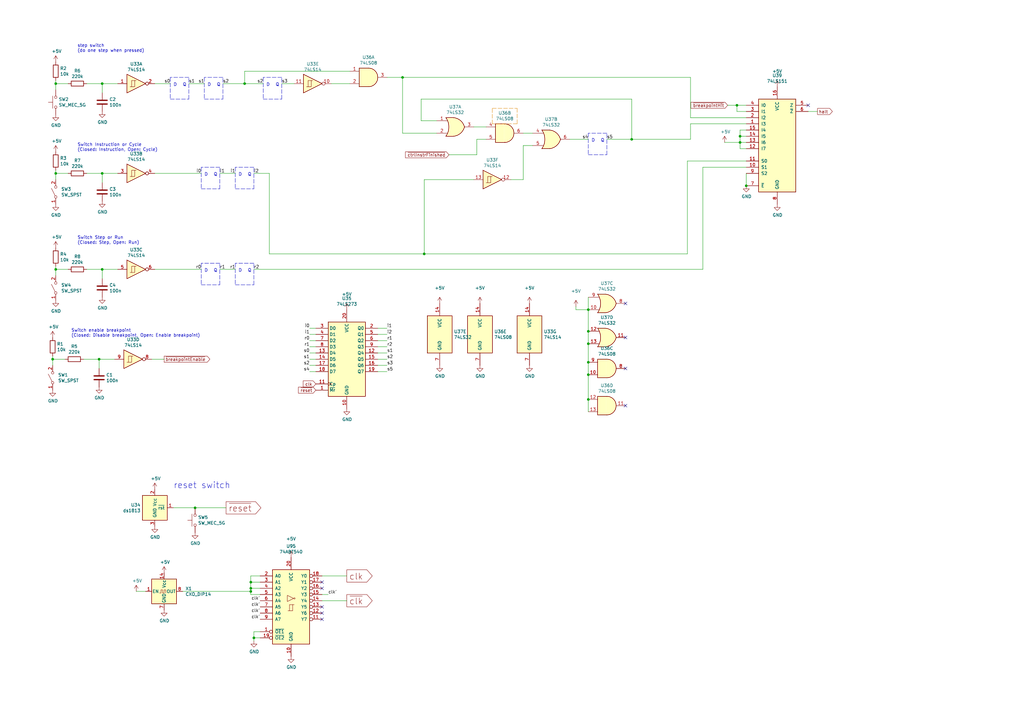
<source format=kicad_sch>
(kicad_sch (version 20211123) (generator eeschema)
  (paper "A3")
  (lib_symbols
    (symbol "74xx:74LS08" (pin_names (offset 1.016))
      (property "Reference" "U" (at 0 1.27 0))
      (property "Value" "74LS08" (at 0 -1.27 0))
      (symbol "74LS08_1_1"
        (arc (start 0 -3.81) (mid 3.81 0) (end 0 3.81) (stroke (width 0.254)) (fill (type background)))
        (polyline (pts (xy 0 3.81) (xy -3.81 3.81) (xy -3.81 -3.81) (xy 0 -3.81)) (stroke (width 0.254)) (fill (type background)))
        (pin input line (at -7.62 2.54 0) (length 3.81) (name "~") (number "1"))
        (pin input line (at -7.62 -2.54 0) (length 3.81) (name "~") (number "2"))
        (pin output line (at 7.62 0 180) (length 3.81) (name "~") (number "3"))
      )
      (symbol "74LS08_1_2"
        (arc (start -3.81 -3.81) (mid -2.589 0) (end -3.81 3.81) (stroke (width 0.254)))
        (arc (start -0.6096 -3.81) (mid 2.1855 -2.584) (end 3.81 0) (stroke (width 0.254)) (fill (type background)))
        (polyline (pts (xy -3.81 -3.81) (xy -0.635 -3.81)) (stroke (width 0.254)) (fill (type background)))
        (polyline (pts (xy -3.81 3.81) (xy -0.635 3.81)) (stroke (width 0.254)) (fill (type background)))
        (polyline (pts (xy -0.635 3.81) (xy -3.81 3.81) (xy -3.81 3.81) (xy -3.556 3.4036) (xy -3.0226 2.2606) (xy -2.6924 1.0414) (xy -2.6162 -0.254) (xy -2.7686 -1.4986) (xy -3.175 -2.7178) (xy -3.81 -3.81) (xy -3.81 -3.81) (xy -0.635 -3.81)) (stroke (width -25.4)) (fill (type background)))
        (arc (start 3.81 0) (mid 2.1928 2.5925) (end -0.6096 3.81) (stroke (width 0.254)) (fill (type background)))
        (pin input inverted (at -7.62 2.54 0) (length 4.318) (name "~") (number "1"))
        (pin input inverted (at -7.62 -2.54 0) (length 4.318) (name "~") (number "2"))
        (pin output inverted (at 7.62 0 180) (length 3.81) (name "~") (number "3"))
      )
      (symbol "74LS08_2_1"
        (arc (start 0 -3.81) (mid 3.81 0) (end 0 3.81) (stroke (width 0.254)) (fill (type background)))
        (polyline (pts (xy 0 3.81) (xy -3.81 3.81) (xy -3.81 -3.81) (xy 0 -3.81)) (stroke (width 0.254)) (fill (type background)))
        (pin input line (at -7.62 2.54 0) (length 3.81) (name "~") (number "4"))
        (pin input line (at -7.62 -2.54 0) (length 3.81) (name "~") (number "5"))
        (pin output line (at 7.62 0 180) (length 3.81) (name "~") (number "6"))
      )
      (symbol "74LS08_2_2"
        (arc (start -3.81 -3.81) (mid -2.589 0) (end -3.81 3.81) (stroke (width 0.254)))
        (arc (start -0.6096 -3.81) (mid 2.1855 -2.584) (end 3.81 0) (stroke (width 0.254)) (fill (type background)))
        (polyline (pts (xy -3.81 -3.81) (xy -0.635 -3.81)) (stroke (width 0.254)) (fill (type background)))
        (polyline (pts (xy -3.81 3.81) (xy -0.635 3.81)) (stroke (width 0.254)) (fill (type background)))
        (polyline (pts (xy -0.635 3.81) (xy -3.81 3.81) (xy -3.81 3.81) (xy -3.556 3.4036) (xy -3.0226 2.2606) (xy -2.6924 1.0414) (xy -2.6162 -0.254) (xy -2.7686 -1.4986) (xy -3.175 -2.7178) (xy -3.81 -3.81) (xy -3.81 -3.81) (xy -0.635 -3.81)) (stroke (width -25.4)) (fill (type background)))
        (arc (start 3.81 0) (mid 2.1928 2.5925) (end -0.6096 3.81) (stroke (width 0.254)) (fill (type background)))
        (pin input inverted (at -7.62 2.54 0) (length 4.318) (name "~") (number "4"))
        (pin input inverted (at -7.62 -2.54 0) (length 4.318) (name "~") (number "5"))
        (pin output inverted (at 7.62 0 180) (length 3.81) (name "~") (number "6"))
      )
      (symbol "74LS08_3_1"
        (arc (start 0 -3.81) (mid 3.81 0) (end 0 3.81) (stroke (width 0.254)) (fill (type background)))
        (polyline (pts (xy 0 3.81) (xy -3.81 3.81) (xy -3.81 -3.81) (xy 0 -3.81)) (stroke (width 0.254)) (fill (type background)))
        (pin input line (at -7.62 -2.54 0) (length 3.81) (name "~") (number "10"))
        (pin output line (at 7.62 0 180) (length 3.81) (name "~") (number "8"))
        (pin input line (at -7.62 2.54 0) (length 3.81) (name "~") (number "9"))
      )
      (symbol "74LS08_3_2"
        (arc (start -3.81 -3.81) (mid -2.589 0) (end -3.81 3.81) (stroke (width 0.254)))
        (arc (start -0.6096 -3.81) (mid 2.1855 -2.584) (end 3.81 0) (stroke (width 0.254)) (fill (type background)))
        (polyline (pts (xy -3.81 -3.81) (xy -0.635 -3.81)) (stroke (width 0.254)) (fill (type background)))
        (polyline (pts (xy -3.81 3.81) (xy -0.635 3.81)) (stroke (width 0.254)) (fill (type background)))
        (polyline (pts (xy -0.635 3.81) (xy -3.81 3.81) (xy -3.81 3.81) (xy -3.556 3.4036) (xy -3.0226 2.2606) (xy -2.6924 1.0414) (xy -2.6162 -0.254) (xy -2.7686 -1.4986) (xy -3.175 -2.7178) (xy -3.81 -3.81) (xy -3.81 -3.81) (xy -0.635 -3.81)) (stroke (width -25.4)) (fill (type background)))
        (arc (start 3.81 0) (mid 2.1928 2.5925) (end -0.6096 3.81) (stroke (width 0.254)) (fill (type background)))
        (pin input inverted (at -7.62 -2.54 0) (length 4.318) (name "~") (number "10"))
        (pin output inverted (at 7.62 0 180) (length 3.81) (name "~") (number "8"))
        (pin input inverted (at -7.62 2.54 0) (length 4.318) (name "~") (number "9"))
      )
      (symbol "74LS08_4_1"
        (arc (start 0 -3.81) (mid 3.81 0) (end 0 3.81) (stroke (width 0.254)) (fill (type background)))
        (polyline (pts (xy 0 3.81) (xy -3.81 3.81) (xy -3.81 -3.81) (xy 0 -3.81)) (stroke (width 0.254)) (fill (type background)))
        (pin output line (at 7.62 0 180) (length 3.81) (name "~") (number "11"))
        (pin input line (at -7.62 2.54 0) (length 3.81) (name "~") (number "12"))
        (pin input line (at -7.62 -2.54 0) (length 3.81) (name "~") (number "13"))
      )
      (symbol "74LS08_4_2"
        (arc (start -3.81 -3.81) (mid -2.589 0) (end -3.81 3.81) (stroke (width 0.254)))
        (arc (start -0.6096 -3.81) (mid 2.1855 -2.584) (end 3.81 0) (stroke (width 0.254)) (fill (type background)))
        (polyline (pts (xy -3.81 -3.81) (xy -0.635 -3.81)) (stroke (width 0.254)) (fill (type background)))
        (polyline (pts (xy -3.81 3.81) (xy -0.635 3.81)) (stroke (width 0.254)) (fill (type background)))
        (polyline (pts (xy -0.635 3.81) (xy -3.81 3.81) (xy -3.81 3.81) (xy -3.556 3.4036) (xy -3.0226 2.2606) (xy -2.6924 1.0414) (xy -2.6162 -0.254) (xy -2.7686 -1.4986) (xy -3.175 -2.7178) (xy -3.81 -3.81) (xy -3.81 -3.81) (xy -0.635 -3.81)) (stroke (width -25.4)) (fill (type background)))
        (arc (start 3.81 0) (mid 2.1928 2.5925) (end -0.6096 3.81) (stroke (width 0.254)) (fill (type background)))
        (pin output inverted (at 7.62 0 180) (length 3.81) (name "~") (number "11"))
        (pin input inverted (at -7.62 2.54 0) (length 4.318) (name "~") (number "12"))
        (pin input inverted (at -7.62 -2.54 0) (length 4.318) (name "~") (number "13"))
      )
      (symbol "74LS08_5_0"
        (pin power_in line (at 0 12.7 270) (length 5.08) (name "VCC") (number "14"))
        (pin power_in line (at 0 -12.7 90) (length 5.08) (name "GND") (number "7"))
      )
      (symbol "74LS08_5_1"
        (rectangle (start -5.08 7.62) (end 5.08 -7.62) (stroke (width 0.254)) (fill (type background)))
      )
    )
    (symbol "74xx:74LS14" (pin_names (offset 1.016))
      (property "Reference" "U" (at 0 1.27 0))
      (property "Value" "74LS14" (at 0 -1.27 0))
      (symbol "74LS14_1_0"
        (polyline (pts (xy -3.81 3.81) (xy -3.81 -3.81) (xy 3.81 0) (xy -3.81 3.81)) (stroke (width 0.254)) (fill (type background)))
        (pin input line (at -7.62 0 0) (length 3.81) (name "~") (number "1"))
        (pin output inverted (at 7.62 0 180) (length 3.81) (name "~") (number "2"))
      )
      (symbol "74LS14_1_1"
        (polyline (pts (xy -1.905 -1.27) (xy -1.905 1.27) (xy -0.635 1.27)))
        (polyline (pts (xy -2.54 -1.27) (xy -0.635 -1.27) (xy -0.635 1.27) (xy 0 1.27)))
      )
      (symbol "74LS14_2_0"
        (polyline (pts (xy -3.81 3.81) (xy -3.81 -3.81) (xy 3.81 0) (xy -3.81 3.81)) (stroke (width 0.254)) (fill (type background)))
        (pin input line (at -7.62 0 0) (length 3.81) (name "~") (number "3"))
        (pin output inverted (at 7.62 0 180) (length 3.81) (name "~") (number "4"))
      )
      (symbol "74LS14_2_1"
        (polyline (pts (xy -1.905 -1.27) (xy -1.905 1.27) (xy -0.635 1.27)))
        (polyline (pts (xy -2.54 -1.27) (xy -0.635 -1.27) (xy -0.635 1.27) (xy 0 1.27)))
      )
      (symbol "74LS14_3_0"
        (polyline (pts (xy -3.81 3.81) (xy -3.81 -3.81) (xy 3.81 0) (xy -3.81 3.81)) (stroke (width 0.254)) (fill (type background)))
        (pin input line (at -7.62 0 0) (length 3.81) (name "~") (number "5"))
        (pin output inverted (at 7.62 0 180) (length 3.81) (name "~") (number "6"))
      )
      (symbol "74LS14_3_1"
        (polyline (pts (xy -1.905 -1.27) (xy -1.905 1.27) (xy -0.635 1.27)))
        (polyline (pts (xy -2.54 -1.27) (xy -0.635 -1.27) (xy -0.635 1.27) (xy 0 1.27)))
      )
      (symbol "74LS14_4_0"
        (polyline (pts (xy -3.81 3.81) (xy -3.81 -3.81) (xy 3.81 0) (xy -3.81 3.81)) (stroke (width 0.254)) (fill (type background)))
        (pin output inverted (at 7.62 0 180) (length 3.81) (name "~") (number "8"))
        (pin input line (at -7.62 0 0) (length 3.81) (name "~") (number "9"))
      )
      (symbol "74LS14_4_1"
        (polyline (pts (xy -1.905 -1.27) (xy -1.905 1.27) (xy -0.635 1.27)))
        (polyline (pts (xy -2.54 -1.27) (xy -0.635 -1.27) (xy -0.635 1.27) (xy 0 1.27)))
      )
      (symbol "74LS14_5_0"
        (polyline (pts (xy -3.81 3.81) (xy -3.81 -3.81) (xy 3.81 0) (xy -3.81 3.81)) (stroke (width 0.254)) (fill (type background)))
        (pin output inverted (at 7.62 0 180) (length 3.81) (name "~") (number "10"))
        (pin input line (at -7.62 0 0) (length 3.81) (name "~") (number "11"))
      )
      (symbol "74LS14_5_1"
        (polyline (pts (xy -1.905 -1.27) (xy -1.905 1.27) (xy -0.635 1.27)))
        (polyline (pts (xy -2.54 -1.27) (xy -0.635 -1.27) (xy -0.635 1.27) (xy 0 1.27)))
      )
      (symbol "74LS14_6_0"
        (polyline (pts (xy -3.81 3.81) (xy -3.81 -3.81) (xy 3.81 0) (xy -3.81 3.81)) (stroke (width 0.254)) (fill (type background)))
        (pin output inverted (at 7.62 0 180) (length 3.81) (name "~") (number "12"))
        (pin input line (at -7.62 0 0) (length 3.81) (name "~") (number "13"))
      )
      (symbol "74LS14_6_1"
        (polyline (pts (xy -1.905 -1.27) (xy -1.905 1.27) (xy -0.635 1.27)))
        (polyline (pts (xy -2.54 -1.27) (xy -0.635 -1.27) (xy -0.635 1.27) (xy 0 1.27)))
      )
      (symbol "74LS14_7_0"
        (pin power_in line (at 0 12.7 270) (length 5.08) (name "VCC") (number "14"))
        (pin power_in line (at 0 -12.7 90) (length 5.08) (name "GND") (number "7"))
      )
      (symbol "74LS14_7_1"
        (rectangle (start -5.08 7.62) (end 5.08 -7.62) (stroke (width 0.254)) (fill (type background)))
      )
    )
    (symbol "74xx:74LS151" (pin_names (offset 1.016))
      (property "Reference" "U" (at -7.62 19.05 0))
      (property "Value" "74LS151" (at -7.62 -21.59 0))
      (symbol "74LS151_1_0"
        (pin input line (at -12.7 7.62 0) (length 5.08) (name "I3") (number "1"))
        (pin input line (at -12.7 -10.16 0) (length 5.08) (name "S1") (number "10"))
        (pin input line (at -12.7 -7.62 0) (length 5.08) (name "S0") (number "11"))
        (pin input line (at -12.7 -2.54 0) (length 5.08) (name "I7") (number "12"))
        (pin input line (at -12.7 0 0) (length 5.08) (name "I6") (number "13"))
        (pin input line (at -12.7 2.54 0) (length 5.08) (name "I5") (number "14"))
        (pin input line (at -12.7 5.08 0) (length 5.08) (name "I4") (number "15"))
        (pin power_in line (at 0 22.86 270) (length 5.08) (name "VCC") (number "16"))
        (pin input line (at -12.7 10.16 0) (length 5.08) (name "I2") (number "2"))
        (pin input line (at -12.7 12.7 0) (length 5.08) (name "I1") (number "3"))
        (pin input line (at -12.7 15.24 0) (length 5.08) (name "I0") (number "4"))
        (pin output line (at 12.7 15.24 180) (length 5.08) (name "Z") (number "5"))
        (pin output line (at 12.7 12.7 180) (length 5.08) (name "~{Z}") (number "6"))
        (pin input line (at -12.7 -17.78 0) (length 5.08) (name "~{E}") (number "7"))
        (pin power_in line (at 0 -25.4 90) (length 5.08) (name "GND") (number "8"))
        (pin input line (at -12.7 -12.7 0) (length 5.08) (name "S2") (number "9"))
      )
      (symbol "74LS151_1_1"
        (rectangle (start -7.62 17.78) (end 7.62 -20.32) (stroke (width 0.254)) (fill (type background)))
      )
    )
    (symbol "74xx:74LS273"
      (property "Reference" "U" (at -7.62 16.51 0))
      (property "Value" "74LS273" (at -7.62 -16.51 0))
      (symbol "74LS273_1_0"
        (pin input line (at -12.7 -12.7 0) (length 5.08) (name "~{Mr}") (number "1"))
        (pin power_in line (at 0 -20.32 90) (length 5.08) (name "GND") (number "10"))
        (pin input clock (at -12.7 -10.16 0) (length 5.08) (name "Cp") (number "11"))
        (pin output line (at 12.7 2.54 180) (length 5.08) (name "Q4") (number "12"))
        (pin input line (at -12.7 2.54 0) (length 5.08) (name "D4") (number "13"))
        (pin input line (at -12.7 0 0) (length 5.08) (name "D5") (number "14"))
        (pin output line (at 12.7 0 180) (length 5.08) (name "Q5") (number "15"))
        (pin output line (at 12.7 -2.54 180) (length 5.08) (name "Q6") (number "16"))
        (pin input line (at -12.7 -2.54 0) (length 5.08) (name "D6") (number "17"))
        (pin input line (at -12.7 -5.08 0) (length 5.08) (name "D7") (number "18"))
        (pin output line (at 12.7 -5.08 180) (length 5.08) (name "Q7") (number "19"))
        (pin output line (at 12.7 12.7 180) (length 5.08) (name "Q0") (number "2"))
        (pin power_in line (at 0 20.32 270) (length 5.08) (name "VCC") (number "20"))
        (pin input line (at -12.7 12.7 0) (length 5.08) (name "D0") (number "3"))
        (pin input line (at -12.7 10.16 0) (length 5.08) (name "D1") (number "4"))
        (pin output line (at 12.7 10.16 180) (length 5.08) (name "Q1") (number "5"))
        (pin output line (at 12.7 7.62 180) (length 5.08) (name "Q2") (number "6"))
        (pin input line (at -12.7 7.62 0) (length 5.08) (name "D2") (number "7"))
        (pin input line (at -12.7 5.08 0) (length 5.08) (name "D3") (number "8"))
        (pin output line (at 12.7 5.08 180) (length 5.08) (name "Q3") (number "9"))
      )
      (symbol "74LS273_1_1"
        (rectangle (start -7.62 15.24) (end 7.62 -15.24) (stroke (width 0.254)) (fill (type background)))
      )
    )
    (symbol "74xx:74LS32" (pin_names (offset 1.016))
      (property "Reference" "U" (at 0 1.27 0))
      (property "Value" "74LS32" (at 0 -1.27 0))
      (symbol "74LS32_1_1"
        (arc (start -3.81 -3.81) (mid -2.589 0) (end -3.81 3.81) (stroke (width 0.254)))
        (arc (start -0.6096 -3.81) (mid 2.1855 -2.584) (end 3.81 0) (stroke (width 0.254)) (fill (type background)))
        (polyline (pts (xy -3.81 -3.81) (xy -0.635 -3.81)) (stroke (width 0.254)) (fill (type background)))
        (polyline (pts (xy -3.81 3.81) (xy -0.635 3.81)) (stroke (width 0.254)) (fill (type background)))
        (polyline (pts (xy -0.635 3.81) (xy -3.81 3.81) (xy -3.81 3.81) (xy -3.556 3.4036) (xy -3.0226 2.2606) (xy -2.6924 1.0414) (xy -2.6162 -0.254) (xy -2.7686 -1.4986) (xy -3.175 -2.7178) (xy -3.81 -3.81) (xy -3.81 -3.81) (xy -0.635 -3.81)) (stroke (width -25.4)) (fill (type background)))
        (arc (start 3.81 0) (mid 2.1928 2.5925) (end -0.6096 3.81) (stroke (width 0.254)) (fill (type background)))
        (pin input line (at -7.62 2.54 0) (length 4.318) (name "~") (number "1"))
        (pin input line (at -7.62 -2.54 0) (length 4.318) (name "~") (number "2"))
        (pin output line (at 7.62 0 180) (length 3.81) (name "~") (number "3"))
      )
      (symbol "74LS32_1_2"
        (arc (start 0 -3.81) (mid 3.81 0) (end 0 3.81) (stroke (width 0.254)) (fill (type background)))
        (polyline (pts (xy 0 3.81) (xy -3.81 3.81) (xy -3.81 -3.81) (xy 0 -3.81)) (stroke (width 0.254)) (fill (type background)))
        (pin input inverted (at -7.62 2.54 0) (length 3.81) (name "~") (number "1"))
        (pin input inverted (at -7.62 -2.54 0) (length 3.81) (name "~") (number "2"))
        (pin output inverted (at 7.62 0 180) (length 3.81) (name "~") (number "3"))
      )
      (symbol "74LS32_2_1"
        (arc (start -3.81 -3.81) (mid -2.589 0) (end -3.81 3.81) (stroke (width 0.254)))
        (arc (start -0.6096 -3.81) (mid 2.1855 -2.584) (end 3.81 0) (stroke (width 0.254)) (fill (type background)))
        (polyline (pts (xy -3.81 -3.81) (xy -0.635 -3.81)) (stroke (width 0.254)) (fill (type background)))
        (polyline (pts (xy -3.81 3.81) (xy -0.635 3.81)) (stroke (width 0.254)) (fill (type background)))
        (polyline (pts (xy -0.635 3.81) (xy -3.81 3.81) (xy -3.81 3.81) (xy -3.556 3.4036) (xy -3.0226 2.2606) (xy -2.6924 1.0414) (xy -2.6162 -0.254) (xy -2.7686 -1.4986) (xy -3.175 -2.7178) (xy -3.81 -3.81) (xy -3.81 -3.81) (xy -0.635 -3.81)) (stroke (width -25.4)) (fill (type background)))
        (arc (start 3.81 0) (mid 2.1928 2.5925) (end -0.6096 3.81) (stroke (width 0.254)) (fill (type background)))
        (pin input line (at -7.62 2.54 0) (length 4.318) (name "~") (number "4"))
        (pin input line (at -7.62 -2.54 0) (length 4.318) (name "~") (number "5"))
        (pin output line (at 7.62 0 180) (length 3.81) (name "~") (number "6"))
      )
      (symbol "74LS32_2_2"
        (arc (start 0 -3.81) (mid 3.81 0) (end 0 3.81) (stroke (width 0.254)) (fill (type background)))
        (polyline (pts (xy 0 3.81) (xy -3.81 3.81) (xy -3.81 -3.81) (xy 0 -3.81)) (stroke (width 0.254)) (fill (type background)))
        (pin input inverted (at -7.62 2.54 0) (length 3.81) (name "~") (number "4"))
        (pin input inverted (at -7.62 -2.54 0) (length 3.81) (name "~") (number "5"))
        (pin output inverted (at 7.62 0 180) (length 3.81) (name "~") (number "6"))
      )
      (symbol "74LS32_3_1"
        (arc (start -3.81 -3.81) (mid -2.589 0) (end -3.81 3.81) (stroke (width 0.254)))
        (arc (start -0.6096 -3.81) (mid 2.1855 -2.584) (end 3.81 0) (stroke (width 0.254)) (fill (type background)))
        (polyline (pts (xy -3.81 -3.81) (xy -0.635 -3.81)) (stroke (width 0.254)) (fill (type background)))
        (polyline (pts (xy -3.81 3.81) (xy -0.635 3.81)) (stroke (width 0.254)) (fill (type background)))
        (polyline (pts (xy -0.635 3.81) (xy -3.81 3.81) (xy -3.81 3.81) (xy -3.556 3.4036) (xy -3.0226 2.2606) (xy -2.6924 1.0414) (xy -2.6162 -0.254) (xy -2.7686 -1.4986) (xy -3.175 -2.7178) (xy -3.81 -3.81) (xy -3.81 -3.81) (xy -0.635 -3.81)) (stroke (width -25.4)) (fill (type background)))
        (arc (start 3.81 0) (mid 2.1928 2.5925) (end -0.6096 3.81) (stroke (width 0.254)) (fill (type background)))
        (pin input line (at -7.62 -2.54 0) (length 4.318) (name "~") (number "10"))
        (pin output line (at 7.62 0 180) (length 3.81) (name "~") (number "8"))
        (pin input line (at -7.62 2.54 0) (length 4.318) (name "~") (number "9"))
      )
      (symbol "74LS32_3_2"
        (arc (start 0 -3.81) (mid 3.81 0) (end 0 3.81) (stroke (width 0.254)) (fill (type background)))
        (polyline (pts (xy 0 3.81) (xy -3.81 3.81) (xy -3.81 -3.81) (xy 0 -3.81)) (stroke (width 0.254)) (fill (type background)))
        (pin input inverted (at -7.62 -2.54 0) (length 3.81) (name "~") (number "10"))
        (pin output inverted (at 7.62 0 180) (length 3.81) (name "~") (number "8"))
        (pin input inverted (at -7.62 2.54 0) (length 3.81) (name "~") (number "9"))
      )
      (symbol "74LS32_4_1"
        (arc (start -3.81 -3.81) (mid -2.589 0) (end -3.81 3.81) (stroke (width 0.254)))
        (arc (start -0.6096 -3.81) (mid 2.1855 -2.584) (end 3.81 0) (stroke (width 0.254)) (fill (type background)))
        (polyline (pts (xy -3.81 -3.81) (xy -0.635 -3.81)) (stroke (width 0.254)) (fill (type background)))
        (polyline (pts (xy -3.81 3.81) (xy -0.635 3.81)) (stroke (width 0.254)) (fill (type background)))
        (polyline (pts (xy -0.635 3.81) (xy -3.81 3.81) (xy -3.81 3.81) (xy -3.556 3.4036) (xy -3.0226 2.2606) (xy -2.6924 1.0414) (xy -2.6162 -0.254) (xy -2.7686 -1.4986) (xy -3.175 -2.7178) (xy -3.81 -3.81) (xy -3.81 -3.81) (xy -0.635 -3.81)) (stroke (width -25.4)) (fill (type background)))
        (arc (start 3.81 0) (mid 2.1928 2.5925) (end -0.6096 3.81) (stroke (width 0.254)) (fill (type background)))
        (pin output line (at 7.62 0 180) (length 3.81) (name "~") (number "11"))
        (pin input line (at -7.62 2.54 0) (length 4.318) (name "~") (number "12"))
        (pin input line (at -7.62 -2.54 0) (length 4.318) (name "~") (number "13"))
      )
      (symbol "74LS32_4_2"
        (arc (start 0 -3.81) (mid 3.81 0) (end 0 3.81) (stroke (width 0.254)) (fill (type background)))
        (polyline (pts (xy 0 3.81) (xy -3.81 3.81) (xy -3.81 -3.81) (xy 0 -3.81)) (stroke (width 0.254)) (fill (type background)))
        (pin output inverted (at 7.62 0 180) (length 3.81) (name "~") (number "11"))
        (pin input inverted (at -7.62 2.54 0) (length 3.81) (name "~") (number "12"))
        (pin input inverted (at -7.62 -2.54 0) (length 3.81) (name "~") (number "13"))
      )
      (symbol "74LS32_5_0"
        (pin power_in line (at 0 12.7 270) (length 5.08) (name "VCC") (number "14"))
        (pin power_in line (at 0 -12.7 90) (length 5.08) (name "GND") (number "7"))
      )
      (symbol "74LS32_5_1"
        (rectangle (start -5.08 7.62) (end 5.08 -7.62) (stroke (width 0.254)) (fill (type background)))
      )
    )
    (symbol "Device:C" (pin_numbers hide) (pin_names (offset 0.254))
      (property "Reference" "C" (at 0.635 2.54 0))
      (property "Value" "C" (at 0.635 -2.54 0))
      (symbol "C_0_1"
        (polyline (pts (xy -2.032 -0.762) (xy 2.032 -0.762)) (stroke (width 0.508)))
        (polyline (pts (xy -2.032 0.762) (xy 2.032 0.762)) (stroke (width 0.508)))
      )
      (symbol "C_1_1"
        (pin passive line (at 0 3.81 270) (length 2.794) (name "~") (number "1"))
        (pin passive line (at 0 -3.81 90) (length 2.794) (name "~") (number "2"))
      )
    )
    (symbol "Device:R" (pin_numbers hide) (pin_names (offset 0))
      (property "Reference" "R" (at 2.032 0 90))
      (property "Value" "R" (at 0 0 90))
      (symbol "R_0_1"
        (rectangle (start -1.016 -2.54) (end 1.016 2.54) (stroke (width 0.254)))
      )
      (symbol "R_1_1"
        (pin passive line (at 0 3.81 270) (length 1.27) (name "~") (number "1"))
        (pin passive line (at 0 -3.81 90) (length 1.27) (name "~") (number "2"))
      )
    )
    (symbol "EDiC-rescue:74ABT540" (pin_names (offset 1.016))
      (property "Reference" "U" (at 5.08 -9.017 0))
      (property "Value" "74ABT540" (at 5.08 -10.795 0))
      (symbol "74ABT540_1_1"
        (rectangle (start -15.24 15.24) (end 0 -15.24) (stroke (width 0.254)) (fill (type background)))
        (circle (center -6.223 3.4798) (radius 0.254) (stroke (width 0.1524)))
        (polyline (pts (xy -8.255 -1.6002) (xy -8.255 0.9398) (xy -6.985 0.9398)))
        (polyline (pts (xy -8.89 -1.6002) (xy -6.985 -1.6002) (xy -6.985 0.9398) (xy -6.35 0.9398)))
        (polyline (pts (xy -6.604 3.4798) (xy -9.144 4.7498) (xy -9.144 2.2098) (xy -6.604 3.4798)) (stroke (width 0.1524)))
        (pin input inverted (at -20.32 -10.16 0) (length 5.08) (name "~{OE1}") (number "1"))
        (pin power_in line (at -7.62 -20.32 90) (length 5.08) (name "GND") (number "10"))
        (pin tri_state inverted (at 5.08 -5.08 180) (length 5.08) (name "Y7") (number "11"))
        (pin tri_state inverted (at 5.08 -2.54 180) (length 5.08) (name "Y6") (number "12"))
        (pin tri_state inverted (at 5.08 0 180) (length 5.08) (name "Y5") (number "13"))
        (pin tri_state inverted (at 5.08 2.54 180) (length 5.08) (name "Y4") (number "14"))
        (pin tri_state inverted (at 5.08 5.08 180) (length 5.08) (name "Y3") (number "15"))
        (pin tri_state inverted (at 5.08 7.62 180) (length 5.08) (name "Y2") (number "16"))
        (pin tri_state inverted (at 5.08 10.16 180) (length 5.08) (name "Y1") (number "17"))
        (pin tri_state inverted (at 5.08 12.7 180) (length 5.08) (name "Y0") (number "18"))
        (pin input inverted (at -20.32 -12.7 0) (length 5.08) (name "~{OE2}") (number "19"))
        (pin input line (at -20.32 12.7 0) (length 5.08) (name "A0") (number "2"))
        (pin power_in line (at -7.62 20.32 270) (length 5.08) (name "VCC") (number "20"))
        (pin input line (at -20.32 10.16 0) (length 5.08) (name "A1") (number "3"))
        (pin input line (at -20.32 7.62 0) (length 5.08) (name "A2") (number "4"))
        (pin input line (at -20.32 5.08 0) (length 5.08) (name "A3") (number "5"))
        (pin input line (at -20.32 2.54 0) (length 5.08) (name "A4") (number "6"))
        (pin input line (at -20.32 0 0) (length 5.08) (name "A5") (number "7"))
        (pin input line (at -20.32 -2.54 0) (length 5.08) (name "A6") (number "8"))
        (pin input line (at -20.32 -5.08 0) (length 5.08) (name "A7") (number "9"))
      )
    )
    (symbol "EDiC-rescue:ds1813" (pin_names (offset 1.016))
      (property "Reference" "U" (at -8.89 -7.62 0))
      (property "Value" "ds1813" (at -7.62 -5.08 0))
      (symbol "ds1813_1_1"
        (rectangle (start -3.81 -1.27) (end 6.35 -11.43) (stroke (width 0.254)) (fill (type background)))
        (pin open_collector line (at 8.89 -6.35 180) (length 2.54) (name "~{rst}") (number "1"))
        (pin power_in line (at 1.27 1.27 270) (length 2.54) (name "Vcc") (number "2"))
        (pin power_in line (at 1.27 -13.97 90) (length 2.54) (name "GND") (number "3"))
      )
    )
    (symbol "Oscillator:CXO_DIP14" (pin_names (offset 0.254))
      (property "Reference" "X" (at -5.08 6.35 0))
      (property "Value" "CXO_DIP14" (at 1.27 -6.35 0))
      (symbol "CXO_DIP14_0_1"
        (rectangle (start -5.08 5.08) (end 5.08 -5.08) (stroke (width 0.254)) (fill (type background)))
        (polyline (pts (xy -1.905 -0.635) (xy -1.27 -0.635) (xy -1.27 0.635) (xy -0.635 0.635) (xy -0.635 -0.635) (xy 0 -0.635) (xy 0 0.635) (xy 0.635 0.635) (xy 0.635 -0.635)))
      )
      (symbol "CXO_DIP14_1_1"
        (pin input line (at -7.62 0 0) (length 2.54) (name "EN") (number "1"))
        (pin power_in line (at 0 7.62 270) (length 2.54) (name "Vcc") (number "14"))
        (pin power_in line (at 0 -7.62 90) (length 2.54) (name "GND") (number "7"))
        (pin output line (at 7.62 0 180) (length 2.54) (name "OUT") (number "8"))
      )
    )
    (symbol "Switch:SW_MEC_5G" (pin_numbers hide) (pin_names (offset 1.016) hide)
      (property "Reference" "SW" (at 1.27 2.54 0))
      (property "Value" "SW_MEC_5G" (at 0 -1.524 0))
      (symbol "SW_MEC_5G_0_1"
        (circle (center -2.032 0) (radius 0.508))
        (polyline (pts (xy 0 1.27) (xy 0 3.048)))
        (polyline (pts (xy 2.54 1.27) (xy -2.54 1.27)))
        (circle (center 2.032 0) (radius 0.508))
        (pin passive line (at -5.08 0 0) (length 2.54) (name "A") (number "1"))
        (pin passive line (at 5.08 0 180) (length 2.54) (name "B") (number "3"))
      )
      (symbol "SW_MEC_5G_1_1"
        (pin passive line (at -5.08 0 0) (length 2.54) hide (name "A") (number "2"))
        (pin passive line (at 5.08 0 180) (length 2.54) hide (name "B") (number "4"))
      )
    )
    (symbol "Switch:SW_SPST" (pin_names (offset 0) hide)
      (property "Reference" "SW" (at 0 3.175 0))
      (property "Value" "SW_SPST" (at 0 -2.54 0))
      (symbol "SW_SPST_0_0"
        (circle (center -2.032 0) (radius 0.508))
        (polyline (pts (xy -1.524 0.254) (xy 1.524 1.778)))
        (circle (center 2.032 0) (radius 0.508))
      )
      (symbol "SW_SPST_1_1"
        (pin passive line (at -5.08 0 0) (length 2.54) (name "A") (number "1"))
        (pin passive line (at 5.08 0 180) (length 2.54) (name "B") (number "2"))
      )
    )
    (symbol "power:+5V" (power) (pin_names (offset 0))
      (property "Value" "+5V" (at 0 3.556 0))
      (symbol "+5V_0_1"
        (polyline (pts (xy -0.762 1.27) (xy 0 2.54)))
        (polyline (pts (xy 0 0) (xy 0 2.54)))
        (polyline (pts (xy 0 2.54) (xy 0.762 1.27)))
      )
      (symbol "+5V_1_1"
        (pin power_in line (at 0 0 90) (length 0) hide (name "+5V") (number "1"))
      )
    )
    (symbol "power:GND" (power) (pin_names (offset 0))
      (property "Value" "GND" (at 0 -3.81 0))
      (symbol "GND_0_1"
        (polyline (pts (xy 0 0) (xy 0 -1.27) (xy 1.27 -1.27) (xy 0 -2.54) (xy -1.27 -1.27) (xy 0 -1.27)))
      )
      (symbol "GND_1_1"
        (pin power_in line (at 0 0 270) (length 0) hide (name "GND") (number "1"))
      )
    )
  )
  (junction (at 22.86 110.49))
  (junction (at 241.3 140.97))
  (junction (at 102.87 238.76))
  (junction (at 41.91 34.29))
  (junction (at 173.99 104.14))
  (junction (at 22.86 34.29))
  (junction (at 302.26 43.18))
  (junction (at 241.3 135.89))
  (junction (at 41.91 71.12))
  (junction (at 241.3 127))
  (junction (at 80.01 208.28))
  (junction (at 102.87 241.3))
  (junction (at 306.07 76.2))
  (junction (at 40.64 147.32))
  (junction (at 303.53 55.88))
  (junction (at 241.3 148.59))
  (junction (at 100.33 34.29))
  (junction (at 41.91 110.49))
  (junction (at 102.87 242.57))
  (junction (at 241.3 163.83))
  (junction (at 21.59 147.32))
  (junction (at 303.53 58.42))
  (junction (at 259.08 57.15))
  (junction (at 104.14 261.62))
  (junction (at 22.86 71.12))
  (junction (at 241.3 153.67))
  (junction (at 165.1 31.75))
  (no_connect (at 256.54 151.13))
  (no_connect (at 256.54 166.37))
  (no_connect (at 132.08 251.46))
  (no_connect (at 256.54 124.46))
  (no_connect (at 132.08 238.76))
  (no_connect (at 331.47 43.18))
  (no_connect (at 132.08 241.3))
  (no_connect (at 256.54 138.43))
  (no_connect (at 132.08 248.92))
  (no_connect (at 132.08 254))
  (wire (pts (xy 283.21 31.75) (xy 283.21 48.26)))
  (wire (pts (xy 236.22 127) (xy 241.3 127)))
  (wire (pts (xy 127 134.62) (xy 129.54 134.62)))
  (polyline (pts (xy 90.17 116.84) (xy 90.17 107.95)))
  (wire (pts (xy 102.87 242.57) (xy 102.87 243.84)))
  (wire (pts (xy 335.28 45.72) (xy 331.47 45.72)))
  (wire (pts (xy 158.75 139.7) (xy 154.94 139.7)))
  (polyline (pts (xy 83.82 31.75) (xy 83.82 40.64)))
  (wire (pts (xy 48.26 71.12) (xy 41.91 71.12)))
  (wire (pts (xy 22.86 71.12) (xy 22.86 69.85)))
  (wire (pts (xy 302.26 45.72) (xy 302.26 43.18)))
  (wire (pts (xy 102.87 241.3) (xy 102.87 238.76)))
  (wire (pts (xy 77.47 34.29) (xy 83.82 34.29)))
  (wire (pts (xy 127 139.7) (xy 129.54 139.7)))
  (wire (pts (xy 158.75 134.62) (xy 154.94 134.62)))
  (polyline (pts (xy 91.44 40.64) (xy 91.44 31.75)))
  (polyline (pts (xy 201.93 50.8) (xy 201.93 44.45)) (stroke (width 0) (color 221 133 0 1)))
  (wire (pts (xy 27.94 110.49) (xy 22.86 110.49)))
  (wire (pts (xy 143.51 29.21) (xy 100.33 29.21)))
  (wire (pts (xy 21.59 147.32) (xy 21.59 146.05)))
  (wire (pts (xy 104.14 259.08) (xy 106.68 259.08)))
  (wire (pts (xy 104.14 71.12) (xy 110.49 71.12)))
  (wire (pts (xy 48.26 110.49) (xy 41.91 110.49)))
  (wire (pts (xy 142.24 246.38) (xy 132.08 246.38)))
  (wire (pts (xy 241.3 135.89) (xy 241.3 127)))
  (polyline (pts (xy 212.09 44.45) (xy 212.09 50.8)) (stroke (width 0) (color 221 133 0 1)))
  (wire (pts (xy 259.08 40.64) (xy 172.72 40.64)))
  (wire (pts (xy 21.59 149.86) (xy 21.59 147.32)))
  (wire (pts (xy 303.53 55.88) (xy 303.53 58.42)))
  (polyline (pts (xy 104.14 107.95) (xy 96.52 107.95)))
  (wire (pts (xy 102.87 238.76) (xy 102.87 236.22)))
  (wire (pts (xy 283.21 48.26) (xy 306.07 48.26)))
  (wire (pts (xy 40.64 147.32) (xy 40.64 151.13)))
  (wire (pts (xy 102.87 242.57) (xy 102.87 241.3)))
  (wire (pts (xy 59.69 242.57) (xy 55.88 242.57)))
  (wire (pts (xy 104.14 110.49) (xy 288.29 110.49)))
  (wire (pts (xy 35.56 34.29) (xy 41.91 34.29)))
  (polyline (pts (xy 212.09 50.8) (xy 201.93 50.8)) (stroke (width 0) (color 221 133 0 1)))
  (polyline (pts (xy 248.92 63.5) (xy 248.92 54.61)))
  (polyline (pts (xy 90.17 77.47) (xy 90.17 68.58)))
  (wire (pts (xy 173.99 104.14) (xy 173.99 73.66)))
  (wire (pts (xy 80.01 208.28) (xy 92.71 208.28)))
  (polyline (pts (xy 104.14 116.84) (xy 104.14 107.95)))
  (wire (pts (xy 102.87 238.76) (xy 106.68 238.76)))
  (wire (pts (xy 165.1 54.61) (xy 179.07 54.61)))
  (wire (pts (xy 241.3 148.59) (xy 241.3 140.97)))
  (polyline (pts (xy 96.52 77.47) (xy 104.14 77.47)))
  (polyline (pts (xy 107.95 40.64) (xy 115.57 40.64)))
  (wire (pts (xy 127 144.78) (xy 129.54 144.78)))
  (wire (pts (xy 288.29 110.49) (xy 288.29 68.58)))
  (wire (pts (xy 306.07 45.72) (xy 302.26 45.72)))
  (wire (pts (xy 127 137.16) (xy 129.54 137.16)))
  (polyline (pts (xy 90.17 68.58) (xy 82.55 68.58)))
  (wire (pts (xy 63.5 71.12) (xy 82.55 71.12)))
  (wire (pts (xy 46.99 147.32) (xy 40.64 147.32)))
  (wire (pts (xy 143.51 34.29) (xy 135.89 34.29)))
  (wire (pts (xy 41.91 34.29) (xy 41.91 38.1)))
  (polyline (pts (xy 241.3 54.61) (xy 241.3 63.5)))
  (wire (pts (xy 74.93 242.57) (xy 102.87 242.57)))
  (wire (pts (xy 184.15 63.5) (xy 195.58 63.5)))
  (polyline (pts (xy 107.95 31.75) (xy 107.95 40.64)))
  (polyline (pts (xy 82.55 68.58) (xy 82.55 77.47)))
  (wire (pts (xy 22.86 113.03) (xy 22.86 110.49)))
  (wire (pts (xy 158.75 31.75) (xy 165.1 31.75)))
  (wire (pts (xy 27.94 71.12) (xy 22.86 71.12)))
  (wire (pts (xy 165.1 31.75) (xy 283.21 31.75)))
  (wire (pts (xy 195.58 63.5) (xy 195.58 57.15)))
  (wire (pts (xy 106.68 241.3) (xy 102.87 241.3)))
  (wire (pts (xy 106.68 261.62) (xy 104.14 261.62)))
  (wire (pts (xy 22.86 36.83) (xy 22.86 34.29)))
  (polyline (pts (xy 96.52 107.95) (xy 96.52 116.84)))
  (wire (pts (xy 298.45 43.18) (xy 302.26 43.18)))
  (polyline (pts (xy 248.92 54.61) (xy 241.3 54.61)))
  (wire (pts (xy 27.94 34.29) (xy 22.86 34.29)))
  (wire (pts (xy 90.17 110.49) (xy 96.52 110.49)))
  (wire (pts (xy 259.08 57.15) (xy 259.08 40.64)))
  (wire (pts (xy 154.94 152.4) (xy 158.75 152.4)))
  (wire (pts (xy 154.94 149.86) (xy 158.75 149.86)))
  (polyline (pts (xy 201.93 44.45) (xy 212.09 44.45)) (stroke (width 0) (color 221 133 0 1)))
  (polyline (pts (xy 104.14 68.58) (xy 96.52 68.58)))
  (polyline (pts (xy 82.55 77.47) (xy 90.17 77.47)))
  (wire (pts (xy 306.07 58.42) (xy 303.53 58.42)))
  (wire (pts (xy 102.87 236.22) (xy 106.68 236.22)))
  (wire (pts (xy 90.17 71.12) (xy 96.52 71.12)))
  (wire (pts (xy 134.62 243.84) (xy 132.08 243.84)))
  (wire (pts (xy 172.72 49.53) (xy 179.07 49.53)))
  (polyline (pts (xy 96.52 68.58) (xy 96.52 77.47)))
  (wire (pts (xy 110.49 104.14) (xy 173.99 104.14)))
  (wire (pts (xy 303.53 53.34) (xy 306.07 53.34)))
  (wire (pts (xy 241.3 163.83) (xy 241.3 153.67)))
  (wire (pts (xy 63.5 34.29) (xy 69.85 34.29)))
  (wire (pts (xy 303.53 60.96) (xy 306.07 60.96)))
  (wire (pts (xy 194.31 52.07) (xy 199.39 52.07)))
  (polyline (pts (xy 69.85 31.75) (xy 69.85 40.64)))
  (wire (pts (xy 303.53 55.88) (xy 306.07 55.88)))
  (wire (pts (xy 127 147.32) (xy 129.54 147.32)))
  (wire (pts (xy 102.87 243.84) (xy 106.68 243.84)))
  (wire (pts (xy 233.68 57.15) (xy 241.3 57.15)))
  (polyline (pts (xy 77.47 40.64) (xy 77.47 31.75)))
  (polyline (pts (xy 241.3 63.5) (xy 248.92 63.5)))
  (wire (pts (xy 34.29 147.32) (xy 40.64 147.32)))
  (polyline (pts (xy 77.47 31.75) (xy 69.85 31.75)))
  (wire (pts (xy 104.14 261.62) (xy 104.14 262.89)))
  (wire (pts (xy 297.18 58.42) (xy 303.53 58.42)))
  (wire (pts (xy 115.57 34.29) (xy 120.65 34.29)))
  (wire (pts (xy 127 142.24) (xy 129.54 142.24)))
  (wire (pts (xy 236.22 125.73) (xy 236.22 127)))
  (wire (pts (xy 283.21 50.8) (xy 306.07 50.8)))
  (wire (pts (xy 35.56 71.12) (xy 41.91 71.12)))
  (wire (pts (xy 283.21 57.15) (xy 283.21 50.8)))
  (wire (pts (xy 241.3 127) (xy 241.3 121.92)))
  (wire (pts (xy 214.63 59.69) (xy 218.44 59.69)))
  (wire (pts (xy 129.54 152.4) (xy 127 152.4)))
  (wire (pts (xy 22.86 73.66) (xy 22.86 71.12)))
  (wire (pts (xy 241.3 168.91) (xy 241.3 163.83)))
  (wire (pts (xy 22.86 34.29) (xy 22.86 33.02)))
  (polyline (pts (xy 91.44 31.75) (xy 83.82 31.75)))
  (wire (pts (xy 41.91 71.12) (xy 41.91 74.93)))
  (wire (pts (xy 195.58 57.15) (xy 199.39 57.15)))
  (polyline (pts (xy 104.14 77.47) (xy 104.14 68.58)))
  (wire (pts (xy 100.33 34.29) (xy 107.95 34.29)))
  (wire (pts (xy 158.75 144.78) (xy 154.94 144.78)))
  (polyline (pts (xy 69.85 40.64) (xy 77.47 40.64)))
  (polyline (pts (xy 90.17 107.95) (xy 82.55 107.95)))
  (wire (pts (xy 22.86 110.49) (xy 22.86 109.22)))
  (wire (pts (xy 214.63 54.61) (xy 218.44 54.61)))
  (wire (pts (xy 63.5 110.49) (xy 82.55 110.49)))
  (wire (pts (xy 67.31 147.32) (xy 62.23 147.32)))
  (wire (pts (xy 241.3 153.67) (xy 241.3 148.59)))
  (wire (pts (xy 281.94 66.04) (xy 281.94 104.14)))
  (wire (pts (xy 288.29 68.58) (xy 306.07 68.58)))
  (wire (pts (xy 132.08 236.22) (xy 142.24 236.22)))
  (wire (pts (xy 241.3 140.97) (xy 241.3 135.89)))
  (wire (pts (xy 306.07 76.2) (xy 306.07 71.12)))
  (wire (pts (xy 110.49 71.12) (xy 110.49 104.14)))
  (polyline (pts (xy 115.57 40.64) (xy 115.57 31.75)))
  (wire (pts (xy 259.08 57.15) (xy 283.21 57.15)))
  (wire (pts (xy 173.99 104.14) (xy 281.94 104.14)))
  (wire (pts (xy 104.14 261.62) (xy 104.14 259.08)))
  (wire (pts (xy 173.99 73.66) (xy 194.31 73.66)))
  (wire (pts (xy 303.53 53.34) (xy 303.53 55.88)))
  (polyline (pts (xy 115.57 31.75) (xy 107.95 31.75)))
  (wire (pts (xy 48.26 34.29) (xy 41.91 34.29)))
  (polyline (pts (xy 82.55 116.84) (xy 90.17 116.84)))
  (wire (pts (xy 91.44 34.29) (xy 100.33 34.29)))
  (wire (pts (xy 100.33 29.21) (xy 100.33 34.29)))
  (wire (pts (xy 127 149.86) (xy 129.54 149.86)))
  (wire (pts (xy 165.1 31.75) (xy 165.1 54.61)))
  (wire (pts (xy 35.56 110.49) (xy 41.91 110.49)))
  (polyline (pts (xy 96.52 116.84) (xy 104.14 116.84)))
  (wire (pts (xy 158.75 147.32) (xy 154.94 147.32)))
  (wire (pts (xy 281.94 66.04) (xy 306.07 66.04)))
  (wire (pts (xy 172.72 40.64) (xy 172.72 49.53)))
  (polyline (pts (xy 82.55 107.95) (xy 82.55 116.84)))
  (wire (pts (xy 303.53 58.42) (xy 303.53 60.96)))
  (wire (pts (xy 302.26 43.18) (xy 306.07 43.18)))
  (wire (pts (xy 71.12 208.28) (xy 80.01 208.28)))
  (wire (pts (xy 41.91 110.49) (xy 41.91 114.3)))
  (wire (pts (xy 26.67 147.32) (xy 21.59 147.32)))
  (wire (pts (xy 158.75 142.24) (xy 154.94 142.24)))
  (wire (pts (xy 209.55 73.66) (xy 214.63 73.66)))
  (wire (pts (xy 214.63 73.66) (xy 214.63 59.69)))
  (wire (pts (xy 158.75 137.16) (xy 154.94 137.16)))
  (polyline (pts (xy 83.82 40.64) (xy 91.44 40.64)))
  (wire (pts (xy 248.92 57.15) (xy 259.08 57.15)))
  (text "D" (at 83.82 72.39 0) (effects (font (size 1.27 1.27)) (justify left bottom)))
  (text "Switch enable breakpoint\n(Closed: Disable breakpoint, Open: Enable breakpoint)" (at 29.21 138.43 0) (effects (font (size 1.27 1.27)) (justify left bottom)))
  (text "D" (at 71.12 35.56 0) (effects (font (size 1.27 1.27)) (justify left bottom)))
  (text "step switch\n(do one step when pressed)" (at 31.75 21.59 0) (effects (font (size 1.27 1.27)) (justify left bottom)))
  (text "D" (at 242.57 58.42 0) (effects (font (size 1.27 1.27)) (justify left bottom)))
  (text "D" (at 109.22 35.56 0) (effects (font (size 1.27 1.27)) (justify left bottom)))
  (text "Q" (at 246.38 58.42 0) (effects (font (size 1.27 1.27)) (justify left bottom)))
  (text "D" (at 85.09 35.56 0) (effects (font (size 1.27 1.27)) (justify left bottom)))
  (text "Switch Instruction or Cycle\n(Closed: Instruction, Open: Cycle)" (at 31.75 62.23 0) (effects (font (size 1.27 1.27)) (justify left bottom)))
  (text "Switch Step or Run\n(Closed: Step, Open: Run)" (at 31.75 100.33 0) (effects (font (size 1.27 1.27)) (justify left bottom)))
  (text "D" (at 83.82 111.76 0) (effects (font (size 1.27 1.27)) (justify left bottom)))
  (text "Q" (at 113.03 35.56 0) (effects (font (size 1.27 1.27)) (justify left bottom)))
  (text "reset switch" (at 71.12 200.66 0) (effects (font (size 2.54 2.54)) (justify left bottom)))
  (text "D" (at 97.79 72.39 0) (effects (font (size 1.27 1.27)) (justify left bottom)))
  (text "Q" (at 101.6 72.39 0) (effects (font (size 1.27 1.27)) (justify left bottom)))
  (text "Q" (at 87.63 72.39 0) (effects (font (size 1.27 1.27)) (justify left bottom)))
  (text "Q" (at 101.6 111.76 0) (effects (font (size 1.27 1.27)) (justify left bottom)))
  (text "D" (at 97.79 111.76 0) (effects (font (size 1.27 1.27)) (justify left bottom)))
  (text "Q" (at 74.93 35.56 0) (effects (font (size 1.27 1.27)) (justify left bottom)))
  (text "Q" (at 88.9 35.56 0) (effects (font (size 1.27 1.27)) (justify left bottom)))
  (text "Q" (at 87.63 111.76 0) (effects (font (size 1.27 1.27)) (justify left bottom)))
  (label "r1" (at 90.17 110.49 0))
  (label "i1" (at 158.75 134.62 0))
  (label "s2" (at 107.95 34.29 180))
  (label "r0" (at 82.55 110.49 180))
  (label "s5" (at 158.75 152.4 0))
  (label "i0" (at 82.55 71.12 180))
  (label "r2" (at 158.75 142.24 0))
  (label "r1" (at 96.52 110.49 180))
  (label "r0" (at 127 139.7 180))
  (label "s1" (at 77.47 34.29 0))
  (label "i1" (at 90.17 71.12 0))
  (label "i1" (at 96.52 71.12 180))
  (label "s4" (at 241.3 57.15 180))
  (label "r1" (at 127 142.24 180))
  (label "s3" (at 115.57 34.29 0))
  (label "s3" (at 158.75 149.86 0))
  (label "r1" (at 158.75 139.7 0))
  (label "s1" (at 83.82 34.29 180))
  (label "clk'" (at 134.62 243.84 0))
  (label "s4" (at 127 152.4 180))
  (label "s2" (at 158.75 147.32 0))
  (label "clk'" (at 106.68 248.92 180))
  (label "s5" (at 248.92 57.15 0))
  (label "r2" (at 104.14 110.49 0))
  (label "i2" (at 104.14 71.12 0))
  (label "clk'" (at 106.68 246.38 180))
  (label "s0" (at 69.85 34.29 180))
  (label "s2" (at 91.44 34.29 0))
  (label "clk'" (at 106.68 254 180))
  (label "i0" (at 127 134.62 180))
  (label "clk'" (at 106.68 251.46 180))
  (label "i1" (at 127 137.16 180))
  (label "i2" (at 158.75 137.16 0))
  (label "s0" (at 127 144.78 180))
  (label "s1" (at 127 147.32 180))
  (label "s1" (at 158.75 144.78 0))
  (label "s2" (at 127 149.86 180))
  (global_label "clk" (shape output) (at 142.24 236.22 0) (effects (font (size 2.54 2.54))) (property "Intersheet References" "${INTERSHEET_REFS}" (effects hide)))
  (global_label "clk" (shape input) (at 129.54 157.48 180) (property "Intersheet References" "${INTERSHEET_REFS}" (effects hide)))
  (global_label "~{clk}" (shape output) (at 142.24 246.38 0) (effects (font (size 2.54 2.54))) (property "Intersheet References" "${INTERSHEET_REFS}" (effects hide)))
  (global_label "~{breakpointEnable}" (shape output) (at 67.31 147.32 0) (property "Intersheet References" "${INTERSHEET_REFS}" (effects hide)))
  (global_label "~{reset}" (shape input) (at 129.54 160.02 180) (property "Intersheet References" "${INTERSHEET_REFS}" (effects hide)))
  (global_label "~{breakpointHit}" (shape input) (at 298.45 43.18 180) (property "Intersheet References" "${INTERSHEET_REFS}" (effects hide)))
  (global_label "halt" (shape output) (at 335.28 45.72 0) (property "Intersheet References" "${INTERSHEET_REFS}" (effects hide)))
  (global_label "~{ctrlInstrFinished}" (shape input) (at 184.15 63.5 180) (property "Intersheet References" "${INTERSHEET_REFS}" (effects hide)))
  (global_label "~{reset}" (shape output) (at 92.71 208.28 0) (effects (font (size 2.54 2.54))) (property "Intersheet References" "${INTERSHEET_REFS}" (effects hide)))
  (symbol (lib_id "74xx:74LS151") (at 318.77 58.42 0) (unit 1)
    (property "Reference" "U39" (at 318.77 30.9626 0))
    (property "Value" "74LS151" (at 318.77 33.274 0))
    (property "Datasheet" "http://www.ti.com/lit/gpn/sn74LS151" (effects hide))
  )
  (symbol (lib_id "power:GND") (at 318.77 83.82 0) (unit 1)
    (property "Reference" "#PWR0132" (effects hide))
    (property "Value" "GND" (at 318.897 88.2142 0))
  )
  (symbol (lib_id "power:+5V") (at 318.77 35.56 0) (unit 1)
    (property "Reference" "#PWR0131" (effects hide))
    (property "Value" "+5V" (at 318.77 29.21 0))
  )
  (symbol (lib_id "power:GND") (at 306.07 76.2 0) (unit 1)
    (property "Reference" "#PWR0130" (effects hide))
    (property "Value" "GND" (at 306.197 80.5942 0))
  )
  (symbol (lib_id "power:+5V") (at 297.18 58.42 0) (unit 1)
    (property "Reference" "#PWR0129" (effects hide))
    (property "Value" "+5V" (at 297.561 54.0258 0))
  )
  (symbol (lib_id "74xx:74LS273") (at 142.24 147.32 0) (unit 1)
    (property "Reference" "U35" (at 142.24 122.4026 0))
    (property "Value" "74LS273" (at 142.24 124.714 0))
    (property "Datasheet" "http://www.ti.com/lit/gpn/sn74LS273" (effects hide))
  )
  (symbol (lib_id "power:GND") (at 142.24 167.64 0) (unit 1)
    (property "Reference" "#PWR0120" (effects hide))
    (property "Value" "GND" (at 142.367 172.0342 0))
  )
  (symbol (lib_id "power:+5V") (at 142.24 127 0) (unit 1)
    (property "Reference" "#PWR0119" (effects hide))
    (property "Value" "+5V" (at 142.24 120.65 0))
  )
  (symbol (lib_id "Device:R") (at 22.86 29.21 0) (unit 1)
    (property "Reference" "R2" (at 24.638 28.0416 0) (effects (justify left)))
    (property "Value" "10k" (at 24.638 30.353 0) (effects (justify left)))
  )
  (symbol (lib_id "power:+5V") (at 22.86 25.4 0) (unit 1)
    (property "Reference" "#PWR0103" (effects hide))
    (property "Value" "+5V" (at 23.241 21.0058 0))
  )
  (symbol (lib_id "Switch:SW_MEC_5G") (at 22.86 41.91 90) (unit 1)
    (property "Reference" "SW2" (at 24.0792 40.7416 90) (effects (justify right)))
    (property "Value" "SW_MEC_5G" (at 24.0792 43.053 90) (effects (justify right)))
    (property "Datasheet" "http://www.apem.com/int/index.php?controller=attachment&id_attachment=488" (effects hide))
  )
  (symbol (lib_id "power:GND") (at 22.86 46.99 0) (unit 1)
    (property "Reference" "#PWR0104" (effects hide))
    (property "Value" "GND" (at 22.987 51.3842 0))
  )
  (symbol (lib_id "Device:R") (at 31.75 34.29 270) (unit 1)
    (property "Reference" "R6" (at 31.75 29.0322 90))
    (property "Value" "220k" (at 31.75 31.3436 90))
  )
  (symbol (lib_id "Device:C") (at 41.91 41.91 0) (unit 1)
    (property "Reference" "C2" (at 44.831 40.7416 0) (effects (justify left)))
    (property "Value" "100n" (at 44.831 43.053 0) (effects (justify left)))
  )
  (symbol (lib_id "power:GND") (at 41.91 45.72 0) (unit 1)
    (property "Reference" "#PWR0110" (effects hide))
    (property "Value" "GND" (at 42.037 50.1142 0))
  )
  (symbol (lib_id "74xx:74LS14") (at 55.88 34.29 0) (unit 1)
    (property "Reference" "U33" (at 55.88 26.2382 0))
    (property "Value" "74LS14" (at 55.88 28.5496 0))
    (property "Datasheet" "http://www.ti.com/lit/gpn/sn74LS14" (effects hide))
  )
  (symbol (lib_id "Device:R") (at 22.86 66.04 0) (unit 1)
    (property "Reference" "R3" (at 24.638 64.8716 0) (effects (justify left)))
    (property "Value" "10k" (at 24.638 67.183 0) (effects (justify left)))
  )
  (symbol (lib_id "power:+5V") (at 22.86 62.23 0) (unit 1)
    (property "Reference" "#PWR0105" (effects hide))
    (property "Value" "+5V" (at 23.241 57.8358 0))
  )
  (symbol (lib_id "power:GND") (at 22.86 83.82 0) (unit 1)
    (property "Reference" "#PWR0106" (effects hide))
    (property "Value" "GND" (at 22.987 88.2142 0))
  )
  (symbol (lib_id "Device:R") (at 31.75 71.12 270) (unit 1)
    (property "Reference" "R7" (at 31.75 65.8622 90))
    (property "Value" "220k" (at 31.75 68.1736 90))
  )
  (symbol (lib_id "Device:C") (at 41.91 78.74 0) (unit 1)
    (property "Reference" "C3" (at 44.831 77.5716 0) (effects (justify left)))
    (property "Value" "100n" (at 44.831 79.883 0) (effects (justify left)))
  )
  (symbol (lib_id "power:GND") (at 41.91 82.55 0) (unit 1)
    (property "Reference" "#PWR0111" (effects hide))
    (property "Value" "GND" (at 42.037 86.9442 0))
  )
  (symbol (lib_id "74xx:74LS14") (at 55.88 71.12 0) (unit 2)
    (property "Reference" "U33" (at 55.88 63.0682 0))
    (property "Value" "74LS14" (at 55.88 65.3796 0))
    (property "Datasheet" "http://www.ti.com/lit/gpn/sn74LS14" (effects hide))
  )
  (symbol (lib_id "Switch:SW_SPST") (at 22.86 78.74 90) (unit 1)
    (property "Reference" "SW3" (at 25.0952 77.5716 90) (effects (justify right)))
    (property "Value" "SW_SPST" (at 25.0952 79.883 90) (effects (justify right)))
  )
  (symbol (lib_id "Device:R") (at 22.86 105.41 0) (unit 1)
    (property "Reference" "R4" (at 24.638 104.2416 0) (effects (justify left)))
    (property "Value" "10k" (at 24.638 106.553 0) (effects (justify left)))
  )
  (symbol (lib_id "power:+5V") (at 22.86 101.6 0) (unit 1)
    (property "Reference" "#PWR0107" (effects hide))
    (property "Value" "+5V" (at 23.241 97.2058 0))
  )
  (symbol (lib_id "power:GND") (at 22.86 123.19 0) (unit 1)
    (property "Reference" "#PWR0108" (effects hide))
    (property "Value" "GND" (at 22.987 127.5842 0))
  )
  (symbol (lib_id "Device:R") (at 31.75 110.49 270) (unit 1)
    (property "Reference" "R8" (at 31.75 105.2322 90))
    (property "Value" "220k" (at 31.75 107.5436 90))
  )
  (symbol (lib_id "Device:C") (at 41.91 118.11 0) (unit 1)
    (property "Reference" "C4" (at 44.831 116.9416 0) (effects (justify left)))
    (property "Value" "100n" (at 44.831 119.253 0) (effects (justify left)))
  )
  (symbol (lib_id "power:GND") (at 41.91 121.92 0) (unit 1)
    (property "Reference" "#PWR0112" (effects hide))
    (property "Value" "GND" (at 42.037 126.3142 0))
  )
  (symbol (lib_id "74xx:74LS14") (at 55.88 110.49 0) (unit 3)
    (property "Reference" "U33" (at 55.88 102.4382 0))
    (property "Value" "74LS14" (at 55.88 104.7496 0))
    (property "Datasheet" "http://www.ti.com/lit/gpn/sn74LS14" (effects hide))
  )
  (symbol (lib_id "Switch:SW_SPST") (at 22.86 118.11 90) (unit 1)
    (property "Reference" "SW4" (at 25.0952 116.9416 90) (effects (justify right)))
    (property "Value" "SW_SPST" (at 25.0952 119.253 90) (effects (justify right)))
  )
  (symbol (lib_id "Device:R") (at 21.59 142.24 0) (unit 1)
    (property "Reference" "R1" (at 23.368 141.0716 0) (effects (justify left)))
    (property "Value" "10k" (at 23.368 143.383 0) (effects (justify left)))
  )
  (symbol (lib_id "power:+5V") (at 21.59 138.43 0) (unit 1)
    (property "Reference" "#PWR0101" (effects hide))
    (property "Value" "+5V" (at 21.971 134.0358 0))
  )
  (symbol (lib_id "power:GND") (at 21.59 160.02 0) (unit 1)
    (property "Reference" "#PWR0102" (effects hide))
    (property "Value" "GND" (at 21.717 164.4142 0))
  )
  (symbol (lib_id "Device:R") (at 30.48 147.32 270) (unit 1)
    (property "Reference" "R5" (at 30.48 142.0622 90))
    (property "Value" "220k" (at 30.48 144.3736 90))
  )
  (symbol (lib_id "Device:C") (at 40.64 154.94 0) (unit 1)
    (property "Reference" "C1" (at 43.561 153.7716 0) (effects (justify left)))
    (property "Value" "100n" (at 43.561 156.083 0) (effects (justify left)))
  )
  (symbol (lib_id "power:GND") (at 40.64 158.75 0) (unit 1)
    (property "Reference" "#PWR0109" (effects hide))
    (property "Value" "GND" (at 40.767 163.1442 0))
  )
  (symbol (lib_id "74xx:74LS14") (at 54.61 147.32 0) (unit 4)
    (property "Reference" "U33" (at 54.61 139.2682 0))
    (property "Value" "74LS14" (at 54.61 141.5796 0))
    (property "Datasheet" "http://www.ti.com/lit/gpn/sn74LS14" (effects hide))
  )
  (symbol (lib_id "Switch:SW_SPST") (at 21.59 154.94 90) (unit 1)
    (property "Reference" "SW1" (at 23.8252 153.7716 90) (effects (justify right)))
    (property "Value" "SW_SPST" (at 23.8252 156.083 90) (effects (justify right)))
  )
  (symbol (lib_id "74xx:74LS14") (at 128.27 34.29 0) (unit 5)
    (property "Reference" "U33" (at 128.27 26.2382 0))
    (property "Value" "74LS14" (at 128.27 28.5496 0))
    (property "Datasheet" "http://www.ti.com/lit/gpn/sn74LS14" (effects hide))
  )
  (symbol (lib_id "74xx:74LS08") (at 151.13 31.75 0) (unit 1)
    (property "Reference" "U36" (at 151.13 23.495 0))
    (property "Value" "74LS08" (at 151.13 25.8064 0))
    (property "Datasheet" "http://www.ti.com/lit/gpn/sn74LS08" (effects hide))
  )
  (symbol (lib_id "74xx:74LS32") (at 186.69 52.07 0) (unit 1)
    (property "Reference" "U37" (at 186.69 43.815 0))
    (property "Value" "74LS32" (at 186.69 46.1264 0))
    (property "Datasheet" "http://www.ti.com/lit/gpn/sn74LS32" (effects hide))
  )
  (symbol (lib_id "74xx:74LS32") (at 226.06 57.15 0) (unit 2)
    (property "Reference" "U37" (at 226.06 48.895 0))
    (property "Value" "74LS32" (at 226.06 51.2064 0))
    (property "Datasheet" "http://www.ti.com/lit/gpn/sn74LS32" (effects hide))
  )
  (symbol (lib_id "74xx:74LS08") (at 207.01 54.61 0) (unit 2)
    (property "Reference" "U36" (at 207.01 46.355 0))
    (property "Value" "74LS08" (at 207.01 48.6664 0))
    (property "Datasheet" "http://www.ti.com/lit/gpn/sn74LS08" (effects hide))
  )
  (symbol (lib_id "74xx:74LS14") (at 201.93 73.66 0) (unit 6)
    (property "Reference" "U33" (at 201.93 65.6082 0))
    (property "Value" "74LS14" (at 201.93 67.9196 0))
    (property "Datasheet" "http://www.ti.com/lit/gpn/sn74LS14" (effects hide))
  )
  (symbol (lib_id "74xx:74LS14") (at 217.17 137.16 0) (unit 7)
    (property "Reference" "U33" (at 223.012 135.9916 0) (effects (justify left)))
    (property "Value" "74LS14" (at 223.012 138.303 0) (effects (justify left)))
    (property "Datasheet" "http://www.ti.com/lit/gpn/sn74LS14" (effects hide))
  )
  (symbol (lib_id "power:GND") (at 217.17 149.86 0) (unit 1)
    (property "Reference" "#PWR0127" (effects hide))
    (property "Value" "GND" (at 217.297 154.2542 0))
  )
  (symbol (lib_id "power:+5V") (at 217.17 124.46 0) (unit 1)
    (property "Reference" "#PWR0126" (effects hide))
    (property "Value" "+5V" (at 217.17 118.11 0))
  )
  (symbol (lib_id "74xx:74LS32") (at 248.92 124.46 0) (unit 3)
    (property "Reference" "U37" (at 248.92 116.205 0))
    (property "Value" "74LS32" (at 248.92 118.5164 0))
    (property "Datasheet" "http://www.ti.com/lit/gpn/sn74LS32" (effects hide))
  )
  (symbol (lib_id "74xx:74LS32") (at 248.92 138.43 0) (unit 4)
    (property "Reference" "U37" (at 248.92 130.175 0))
    (property "Value" "74LS32" (at 248.92 132.4864 0))
    (property "Datasheet" "http://www.ti.com/lit/gpn/sn74LS32" (effects hide))
  )
  (symbol (lib_id "74xx:74LS08") (at 248.92 151.13 0) (unit 3)
    (property "Reference" "U36" (at 248.92 142.875 0))
    (property "Value" "74LS08" (at 248.92 145.1864 0))
    (property "Datasheet" "http://www.ti.com/lit/gpn/sn74LS08" (effects hide))
  )
  (symbol (lib_id "74xx:74LS08") (at 248.92 166.37 0) (unit 4)
    (property "Reference" "U36" (at 248.92 158.115 0))
    (property "Value" "74LS08" (at 248.92 160.4264 0))
    (property "Datasheet" "http://www.ti.com/lit/gpn/sn74LS08" (effects hide))
  )
  (symbol (lib_id "power:+5V") (at 236.22 125.73 0) (unit 1)
    (property "Reference" "#PWR0128" (effects hide))
    (property "Value" "+5V" (at 236.22 119.38 0))
  )
  (symbol (lib_id "74xx:74LS08") (at 196.85 137.16 0) (unit 5)
    (property "Reference" "U36" (at 202.692 135.9916 0) (effects (justify left)))
    (property "Value" "74LS08" (at 202.692 138.303 0) (effects (justify left)))
    (property "Datasheet" "http://www.ti.com/lit/gpn/sn74LS08" (effects hide))
  )
  (symbol (lib_id "74xx:74LS32") (at 180.34 137.16 0) (unit 5)
    (property "Reference" "U37" (at 186.182 135.9916 0) (effects (justify left)))
    (property "Value" "74LS32" (at 186.182 138.303 0) (effects (justify left)))
    (property "Datasheet" "http://www.ti.com/lit/gpn/sn74LS32" (effects hide))
  )
  (symbol (lib_id "power:+5V") (at 196.85 124.46 0) (unit 1)
    (property "Reference" "#PWR0124" (effects hide))
    (property "Value" "+5V" (at 196.85 118.11 0))
  )
  (symbol (lib_id "power:+5V") (at 180.34 124.46 0) (unit 1)
    (property "Reference" "#PWR0122" (effects hide))
    (property "Value" "+5V" (at 180.34 118.11 0))
  )
  (symbol (lib_id "power:GND") (at 180.34 149.86 0) (unit 1)
    (property "Reference" "#PWR0123" (effects hide))
    (property "Value" "GND" (at 180.467 154.2542 0))
  )
  (symbol (lib_id "power:GND") (at 196.85 149.86 0) (unit 1)
    (property "Reference" "#PWR0125" (effects hide))
    (property "Value" "GND" (at 196.977 154.2542 0))
  )
  (symbol (lib_id "EDiC-rescue:ds1813") (at 62.23 201.93 0) (unit 1)
    (property "Reference" "U34" (at 57.658 207.1116 0) (effects (justify right)))
    (property "Value" "ds1813" (at 57.658 209.423 0) (effects (justify right)))
  )
  (symbol (lib_id "power:GND") (at 63.5 215.9 0) (unit 1)
    (property "Reference" "#PWR0115" (effects hide))
    (property "Value" "GND" (at 63.627 220.2942 0))
  )
  (symbol (lib_id "power:+5V") (at 63.5 200.66 0) (unit 1)
    (property "Reference" "#PWR0114" (effects hide))
    (property "Value" "+5V" (at 63.881 196.2658 0))
  )
  (symbol (lib_id "Switch:SW_MEC_5G") (at 80.01 213.36 90) (unit 1)
    (property "Reference" "SW5" (at 81.2292 212.1916 90) (effects (justify right)))
    (property "Value" "SW_MEC_5G" (at 81.2292 214.503 90) (effects (justify right)))
    (property "Datasheet" "http://www.apem.com/int/index.php?controller=attachment&id_attachment=488" (effects hide))
  )
  (symbol (lib_id "power:GND") (at 80.01 218.44 0) (unit 1)
    (property "Reference" "#PWR0118" (effects hide))
    (property "Value" "GND" (at 80.137 222.8342 0))
  )
  (symbol (lib_id "Oscillator:CXO_DIP14") (at 67.31 242.57 0) (unit 1)
    (property "Reference" "X1" (at 76.0476 241.4016 0) (effects (justify left)))
    (property "Value" "CXO_DIP14" (at 76.0476 243.713 0) (effects (justify left)))
    (property "Footprint" "Oscillator:Oscillator_DIP-14" (effects hide))
    (property "Datasheet" "http://cdn-reichelt.de/documents/datenblatt/B400/OSZI.pdf" (effects hide))
  )
  (symbol (lib_id "power:+5V") (at 67.31 234.95 0) (unit 1)
    (property "Reference" "#PWR0116" (effects hide))
    (property "Value" "+5V" (at 67.691 230.5558 0))
  )
  (symbol (lib_id "power:GND") (at 67.31 250.19 0) (unit 1)
    (property "Reference" "#PWR0117" (effects hide))
    (property "Value" "GND" (at 67.437 254.5842 0))
  )
  (symbol (lib_id "power:+5V") (at 55.88 242.57 0) (unit 1)
    (property "Reference" "#PWR0113" (effects hide))
    (property "Value" "+5V" (at 56.261 238.1758 0))
  )
  (symbol (lib_id "EDiC-rescue:74ABT540") (at 127 248.92 0) (unit 1)
    (property "Reference" "U95" (at 119.38 224.0026 0))
    (property "Value" "74ABT540" (at 119.38 226.314 0))
  )
  (symbol (lib_id "power:+5V") (at 119.38 228.6 0) (unit 1)
    (property "Reference" "#PWR0309" (effects hide))
    (property "Value" "+5V" (at 119.38 220.98 0))
  )
  (symbol (lib_id "power:GND") (at 119.38 269.24 0) (unit 1)
    (property "Reference" "#PWR0310" (effects hide))
    (property "Value" "GND" (at 119.507 273.6342 0))
  )
  (symbol (lib_id "power:GND") (at 104.14 262.89 0) (unit 1)
    (property "Reference" "#PWR0308" (effects hide))
    (property "Value" "GND" (at 104.267 267.2842 0))
  )
)
</source>
